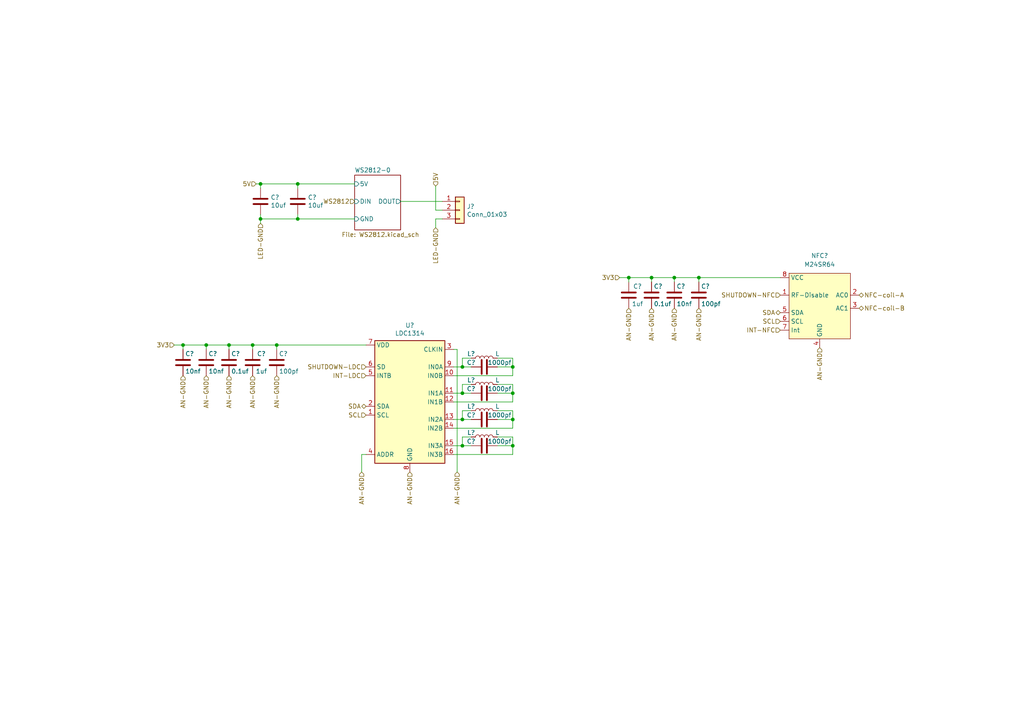
<source format=kicad_sch>
(kicad_sch (version 20211123) (generator eeschema)
  (paper "A4")
  (lib_symbols
    (symbol "B.B-rescue:C-Device-B.B-rescue" (pin_numbers hide) (pin_names (offset 0.254))
      (property "Reference" "C" (at 0.635 2.54 0))
      (property "Value" "C-Device-B.B-rescue" (at 0.635 -2.54 0))
      (symbol "C-Device-B.B-rescue_0_1"
        (polyline (pts (xy -2.032 -0.762) (xy 2.032 -0.762)) (stroke (width 0.508)))
        (polyline (pts (xy -2.032 0.762) (xy 2.032 0.762)) (stroke (width 0.508)))
      )
      (symbol "C-Device-B.B-rescue_1_1"
        (pin passive line (at 0 3.81 270) (length 2.794) (name "~") (number "1"))
        (pin passive line (at 0 -3.81 90) (length 2.794) (name "~") (number "2"))
      )
    )
    (symbol "B.B-rescue:L-Device-B.B-rescue" (pin_numbers hide) (pin_names (offset 1.016) hide)
      (property "Reference" "L" (at -1.27 0 90))
      (property "Value" "L-Device-B.B-rescue" (at 1.905 0 90))
      (symbol "L-Device-B.B-rescue_0_1"
        (arc (start 0 -2.54) (mid 0.635 -1.905) (end 0 -1.27))
        (arc (start 0 -1.27) (mid 0.635 -0.635) (end 0 0))
        (arc (start 0 0) (mid 0.635 0.635) (end 0 1.27))
        (arc (start 0 1.27) (mid 0.635 1.905) (end 0 2.54))
      )
      (symbol "L-Device-B.B-rescue_1_1"
        (pin passive line (at 0 3.81 270) (length 1.27) (name "1") (number "1"))
        (pin passive line (at 0 -3.81 90) (length 1.27) (name "2") (number "2"))
      )
    )
    (symbol "B.B-rescue:LDC1314-B.B-rescue"
      (property "Reference" "U" (at 0 24.13 0))
      (property "Value" "LDC1314-B.B-rescue" (at 0 21.59 0))
      (symbol "LDC1314-B.B-rescue_0_1"
        (rectangle (start -10.16 -17.78) (end 10.16 17.78) (stroke (width 0.254)) (fill (type background)))
      )
      (symbol "LDC1314-B.B-rescue_1_1"
        (pin input line (at 12.7 -3.81 180) (length 2.54) (name "SCL") (number "1"))
        (pin input line (at -12.7 7.62 0) (length 2.54) (name "IN0B") (number "10"))
        (pin input line (at -12.7 2.54 0) (length 2.54) (name "IN1A") (number "11"))
        (pin input line (at -12.7 0 0) (length 2.54) (name "IN1B") (number "12"))
        (pin input line (at -12.7 -5.08 0) (length 2.54) (name "IN2A") (number "13"))
        (pin input line (at -12.7 -7.62 0) (length 2.54) (name "IN2B") (number "14"))
        (pin input line (at -12.7 -12.7 0) (length 2.54) (name "IN3A") (number "15"))
        (pin input line (at -12.7 -15.24 0) (length 2.54) (name "IN3B") (number "16"))
        (pin passive line (at 0 -20.32 90) (length 2.54) hide (name "GND") (number "17"))
        (pin bidirectional line (at 12.7 -1.27 180) (length 2.54) (name "SDA") (number "2"))
        (pin input line (at -12.7 15.24 0) (length 2.54) (name "CLKIN") (number "3"))
        (pin input line (at 12.7 -15.24 180) (length 2.54) (name "ADDR") (number "4"))
        (pin open_collector line (at 12.7 7.62 180) (length 2.54) (name "INTB") (number "5"))
        (pin input line (at 12.7 10.16 180) (length 2.54) (name "SD") (number "6"))
        (pin power_in line (at 12.7 16.51 180) (length 2.54) (name "VDD") (number "7"))
        (pin power_in line (at 0 -20.32 90) (length 2.54) (name "GND") (number "8"))
        (pin input line (at -12.7 10.16 0) (length 2.54) (name "IN0A") (number "9"))
      )
    )
    (symbol "Connector_Generic:Conn_01x03" (pin_names (offset 1.016) hide)
      (property "Reference" "J" (at 0 5.08 0))
      (property "Value" "Conn_01x03" (at 0 -5.08 0))
      (symbol "Conn_01x03_1_1"
        (rectangle (start -1.27 -2.413) (end 0 -2.667) (stroke (width 0.1524)))
        (rectangle (start -1.27 0.127) (end 0 -0.127) (stroke (width 0.1524)))
        (rectangle (start -1.27 2.667) (end 0 2.413) (stroke (width 0.1524)))
        (rectangle (start -1.27 3.81) (end 1.27 -3.81) (stroke (width 0.254)) (fill (type background)))
        (pin passive line (at -5.08 2.54 0) (length 3.81) (name "Pin_1") (number "1"))
        (pin passive line (at -5.08 0 0) (length 3.81) (name "Pin_2") (number "2"))
        (pin passive line (at -5.08 -2.54 0) (length 3.81) (name "Pin_3") (number "3"))
      )
    )
    (symbol "RB3203-Lib:M24SR64"
      (property "Reference" "NFC" (at 0 5.08 0))
      (property "Value" "M24SR64" (at 0 2.54 0))
      (symbol "M24SR64_0_1"
        (rectangle (start -8.89 1.27) (end 8.89 -17.78) (fill (type background)))
      )
      (symbol "M24SR64_1_1"
        (pin input line (at -11.43 -5.08 0) (length 2.54) (name "RF-Disable") (number "1"))
        (pin unspecified line (at 11.43 -5.08 180) (length 2.54) (name "AC0") (number "2"))
        (pin unspecified line (at 11.43 -8.89 180) (length 2.54) (name "AC1") (number "3"))
        (pin power_in line (at 0 -20.32 90) (length 2.54) (name "GND") (number "4"))
        (pin bidirectional line (at -11.43 -10.16 0) (length 2.54) (name "SDA") (number "5"))
        (pin input line (at -11.43 -12.7 0) (length 2.54) (name "SCL") (number "6"))
        (pin open_collector line (at -11.43 -15.24 0) (length 2.54) (name "Int") (number "7"))
        (pin power_in line (at -11.43 0 0) (length 2.54) (name "VCC") (number "8"))
      )
    )
  )
  (junction (at 53.086 100.076))
  (junction (at 148.717 121.666))
  (junction (at 202.692 80.518))
  (junction (at 75.565 63.5))
  (junction (at 134.112 114.046))
  (junction (at 134.112 106.426))
  (junction (at 148.717 106.426))
  (junction (at 195.58 80.518))
  (junction (at 188.976 80.518))
  (junction (at 134.112 129.286))
  (junction (at 75.565 53.34))
  (junction (at 148.717 129.286))
  (junction (at 80.264 100.076))
  (junction (at 59.817 100.076))
  (junction (at 86.36 53.34))
  (junction (at 66.421 100.076))
  (junction (at 182.372 80.518))
  (junction (at 148.717 114.046))
  (junction (at 134.112 121.666))
  (junction (at 73.279 100.076))
  (junction (at 86.36 63.5))
  (wire (pts (xy 126.365 60.96) (xy 126.365 53.975)))
  (wire (pts (xy 131.572 116.586) (xy 148.717 116.586)))
  (wire (pts (xy 104.902 136.906) (xy 104.902 131.826)))
  (wire (pts (xy 148.717 126.746) (xy 148.717 129.286)))
  (wire (pts (xy 73.279 100.076) (xy 80.264 100.076)))
  (wire (pts (xy 59.817 100.076) (xy 66.421 100.076)))
  (wire (pts (xy 144.272 111.506) (xy 148.717 111.506)))
  (wire (pts (xy 74.295 53.34) (xy 75.565 53.34)))
  (wire (pts (xy 188.976 81.788) (xy 188.976 80.518)))
  (wire (pts (xy 131.572 108.966) (xy 148.717 108.966)))
  (wire (pts (xy 75.565 63.5) (xy 75.565 64.77)))
  (wire (pts (xy 148.717 119.126) (xy 148.717 121.666)))
  (wire (pts (xy 131.572 124.206) (xy 148.717 124.206)))
  (wire (pts (xy 148.717 103.886) (xy 148.717 106.426)))
  (wire (pts (xy 116.205 58.42) (xy 128.27 58.42)))
  (wire (pts (xy 131.572 106.426) (xy 134.112 106.426)))
  (wire (pts (xy 126.365 63.5) (xy 126.365 66.04)))
  (wire (pts (xy 131.572 121.666) (xy 134.112 121.666)))
  (wire (pts (xy 102.87 63.5) (xy 86.36 63.5)))
  (wire (pts (xy 134.112 121.666) (xy 136.652 121.666)))
  (wire (pts (xy 132.588 101.346) (xy 132.588 136.906)))
  (wire (pts (xy 50.546 100.076) (xy 53.086 100.076)))
  (wire (pts (xy 86.36 53.34) (xy 102.87 53.34)))
  (wire (pts (xy 148.717 129.286) (xy 148.717 131.826)))
  (wire (pts (xy 86.36 62.23) (xy 86.36 63.5)))
  (wire (pts (xy 182.372 80.518) (xy 188.976 80.518)))
  (wire (pts (xy 134.112 103.886) (xy 136.652 103.886)))
  (wire (pts (xy 134.112 119.126) (xy 136.652 119.126)))
  (wire (pts (xy 131.572 114.046) (xy 134.112 114.046)))
  (wire (pts (xy 80.264 100.076) (xy 106.172 100.076)))
  (wire (pts (xy 134.112 129.286) (xy 134.112 126.746)))
  (wire (pts (xy 134.112 114.046) (xy 136.652 114.046)))
  (wire (pts (xy 131.572 101.346) (xy 132.588 101.346)))
  (wire (pts (xy 202.692 80.518) (xy 226.314 80.518)))
  (wire (pts (xy 195.58 81.788) (xy 195.58 80.518)))
  (wire (pts (xy 59.817 101.346) (xy 59.817 100.076)))
  (wire (pts (xy 134.112 126.746) (xy 136.652 126.746)))
  (wire (pts (xy 148.717 114.046) (xy 148.717 116.586)))
  (wire (pts (xy 148.717 129.286) (xy 144.272 129.286)))
  (wire (pts (xy 128.27 60.96) (xy 126.365 60.96)))
  (wire (pts (xy 134.112 111.506) (xy 136.652 111.506)))
  (wire (pts (xy 134.112 114.046) (xy 134.112 111.506)))
  (wire (pts (xy 53.086 100.076) (xy 59.817 100.076)))
  (wire (pts (xy 131.572 131.826) (xy 148.717 131.826)))
  (wire (pts (xy 188.976 80.518) (xy 195.58 80.518)))
  (wire (pts (xy 66.421 101.346) (xy 66.421 100.076)))
  (wire (pts (xy 148.717 111.506) (xy 148.717 114.046)))
  (wire (pts (xy 179.705 80.518) (xy 182.372 80.518)))
  (wire (pts (xy 75.565 62.23) (xy 75.565 63.5)))
  (wire (pts (xy 148.717 106.426) (xy 144.272 106.426)))
  (wire (pts (xy 128.27 63.5) (xy 126.365 63.5)))
  (wire (pts (xy 134.112 106.426) (xy 136.652 106.426)))
  (wire (pts (xy 131.572 129.286) (xy 134.112 129.286)))
  (wire (pts (xy 134.112 129.286) (xy 136.652 129.286)))
  (wire (pts (xy 86.36 63.5) (xy 75.565 63.5)))
  (wire (pts (xy 195.58 80.518) (xy 202.692 80.518)))
  (wire (pts (xy 66.421 100.076) (xy 73.279 100.076)))
  (wire (pts (xy 144.272 119.126) (xy 148.717 119.126)))
  (wire (pts (xy 148.717 121.666) (xy 144.272 121.666)))
  (wire (pts (xy 134.112 106.426) (xy 134.112 103.886)))
  (wire (pts (xy 80.264 101.346) (xy 80.264 100.076)))
  (wire (pts (xy 86.36 54.61) (xy 86.36 53.34)))
  (wire (pts (xy 134.112 121.666) (xy 134.112 119.126)))
  (wire (pts (xy 75.565 53.34) (xy 86.36 53.34)))
  (wire (pts (xy 202.692 81.788) (xy 202.692 80.518)))
  (wire (pts (xy 148.717 114.046) (xy 144.272 114.046)))
  (wire (pts (xy 53.086 101.346) (xy 53.086 100.076)))
  (wire (pts (xy 148.717 106.426) (xy 148.717 108.966)))
  (wire (pts (xy 75.565 54.61) (xy 75.565 53.34)))
  (wire (pts (xy 144.272 103.886) (xy 148.717 103.886)))
  (wire (pts (xy 182.372 81.788) (xy 182.372 80.518)))
  (wire (pts (xy 148.717 121.666) (xy 148.717 124.206)))
  (wire (pts (xy 144.272 126.746) (xy 148.717 126.746)))
  (wire (pts (xy 104.902 131.826) (xy 106.172 131.826)))
  (wire (pts (xy 73.279 101.346) (xy 73.279 100.076)))
  (hierarchical_label "SDA" (shape bidirectional) (at 106.172 117.856 180))
  (hierarchical_label "LED-GND" (shape input) (at 126.365 66.04 270))
  (hierarchical_label "INT-LDC" (shape input) (at 106.172 108.966 180))
  (hierarchical_label "AN-GND" (shape input) (at 66.421 108.966 270))
  (hierarchical_label "AN-GND" (shape input) (at 132.588 136.906 270))
  (hierarchical_label "3V3" (shape input) (at 50.546 100.076 180))
  (hierarchical_label "SHUTDOWN-LDC" (shape input) (at 106.172 106.426 180))
  (hierarchical_label "SCL" (shape input) (at 106.172 120.396 180))
  (hierarchical_label "AN-GND" (shape input) (at 118.872 136.906 270))
  (hierarchical_label "AN-GND" (shape input) (at 80.264 108.966 270))
  (hierarchical_label "WS2812" (shape input) (at 102.87 58.42 180))
  (hierarchical_label "AN-GND" (shape input) (at 59.817 108.966 270))
  (hierarchical_label "5V" (shape input) (at 126.365 53.975 90))
  (hierarchical_label "5V" (shape input) (at 74.295 53.34 180))
  (hierarchical_label "AN-GND" (shape input) (at 202.692 89.408 270))
  (hierarchical_label "AN-GND" (shape input) (at 73.279 108.966 270))
  (hierarchical_label "AN-GND" (shape input) (at 53.086 108.966 270))
  (hierarchical_label "INT-NFC" (shape input) (at 226.314 95.758 180))
  (hierarchical_label "SCL" (shape input) (at 226.314 93.218 180))
  (hierarchical_label "3V3" (shape input) (at 179.705 80.518 180))
  (hierarchical_label "AN-GND" (shape input) (at 237.744 100.838 270))
  (hierarchical_label "NFC-coil-A" (shape bidirectional) (at 249.174 85.598 0))
  (hierarchical_label "NFC-coil-B" (shape bidirectional) (at 249.174 89.408 0))
  (hierarchical_label "SHUTDOWN-NFC" (shape input) (at 226.314 85.598 180))
  (hierarchical_label "AN-GND" (shape input) (at 188.976 89.408 270))
  (hierarchical_label "LED-GND" (shape input) (at 75.565 64.77 270))
  (hierarchical_label "SDA" (shape bidirectional) (at 226.314 90.678 180))
  (hierarchical_label "AN-GND" (shape input) (at 195.58 89.408 270))
  (hierarchical_label "AN-GND" (shape input) (at 182.372 89.408 270))
  (hierarchical_label "AN-GND" (shape input) (at 104.902 136.906 270))
  (symbol (lib_id "B.B-rescue:C-Device-B.B-rescue") (at 75.565 58.42 0) (unit 1)
    (property "Reference" "C?" (at 78.486 57.2516 0) (effects (justify left)))
    (property "Value" "10uf" (at 78.486 59.563 0) (effects (justify left)))
    (property "Footprint" "Capacitor_SMD:C_0805_2012Metric" (effects hide))
    (property "LCSC" "C15850" (effects hide))
  )
  (symbol (lib_id "B.B-rescue:C-Device-B.B-rescue") (at 182.372 85.598 180) (unit 1)
    (property "Reference" "C?" (at 184.912 83.058 0))
    (property "Value" "1uf" (at 184.912 88.138 0))
    (property "Footprint" "Capacitor_SMD:C_0402_1005Metric" (effects hide))
    (property "LCSC" "C52923" (effects hide))
  )
  (symbol (lib_id "B.B-rescue:L-Device-B.B-rescue") (at 140.462 111.506 270) (mirror x) (unit 1)
    (property "Reference" "L?" (at 136.652 110.236 90))
    (property "Value" "L" (at 144.272 110.236 90))
    (property "Footprint" "BB:coil" (effects hide))
  )
  (symbol (lib_id "B.B-rescue:C-Device-B.B-rescue") (at 195.58 85.598 0) (unit 1)
    (property "Reference" "C?" (at 196.215 83.058 0) (effects (justify left)))
    (property "Value" "10nf" (at 196.215 88.138 0) (effects (justify left)))
    (property "Footprint" "Capacitor_SMD:C_0402_1005Metric" (effects hide))
    (property "LCSC" "C15195" (effects hide))
  )
  (symbol (lib_id "RB3203-Lib:M24SR64") (at 237.744 80.518 0) (unit 1)
    (property "Reference" "NFC?" (at 237.744 74.168 0))
    (property "Value" "M24SR64" (at 237.744 76.708 0))
    (property "Datasheet" "https://www.st.com/resource/en/datasheet/m24sr64-y.pdf" (effects hide))
  )
  (symbol (lib_id "B.B-rescue:C-Device-B.B-rescue") (at 86.36 58.42 0) (unit 1)
    (property "Reference" "C?" (at 89.281 57.2516 0) (effects (justify left)))
    (property "Value" "10uf" (at 89.281 59.563 0) (effects (justify left)))
    (property "Footprint" "Capacitor_SMD:C_0805_2012Metric" (effects hide))
    (property "LCSC" "C15850" (effects hide))
  )
  (symbol (lib_id "B.B-rescue:L-Device-B.B-rescue") (at 140.462 119.126 270) (mirror x) (unit 1)
    (property "Reference" "L?" (at 136.652 117.856 90))
    (property "Value" "L" (at 144.272 117.856 90))
    (property "Footprint" "BB:coil" (effects hide))
  )
  (symbol (lib_id "B.B-rescue:C-Device-B.B-rescue") (at 66.421 105.156 0) (unit 1)
    (property "Reference" "C?" (at 67.056 102.616 0) (effects (justify left)))
    (property "Value" "0.1uf" (at 67.056 107.696 0) (effects (justify left)))
    (property "Footprint" "Resistor_SMD:R_0402_1005Metric" (effects hide))
    (property "LCSC" "C1525" (effects hide))
  )
  (symbol (lib_id "B.B-rescue:C-Device-B.B-rescue") (at 73.279 105.156 180) (unit 1)
    (property "Reference" "C?" (at 75.819 102.616 0))
    (property "Value" "1uf" (at 75.819 107.696 0))
    (property "Footprint" "Capacitor_SMD:C_0402_1005Metric" (effects hide))
    (property "LCSC" "C52923" (effects hide))
  )
  (symbol (lib_id "B.B-rescue:C-Device-B.B-rescue") (at 140.462 121.666 270) (unit 1)
    (property "Reference" "C?" (at 136.652 120.396 90))
    (property "Value" "1000pf" (at 144.907 120.396 90))
    (property "Footprint" "Capacitor_SMD:C_0402_1005Metric" (effects hide))
    (property "LCSC" "C1523" (effects hide))
  )
  (symbol (lib_id "B.B-rescue:C-Device-B.B-rescue") (at 59.817 105.156 0) (unit 1)
    (property "Reference" "C?" (at 60.452 102.616 0) (effects (justify left)))
    (property "Value" "10nf" (at 60.452 107.696 0) (effects (justify left)))
    (property "Footprint" "Capacitor_SMD:C_0402_1005Metric" (effects hide))
    (property "LCSC" "C15195" (effects hide))
  )
  (symbol (lib_id "Connector_Generic:Conn_01x03") (at 133.35 60.96 0) (unit 1)
    (property "Reference" "J?" (at 135.382 59.8932 0) (effects (justify left)))
    (property "Value" "Conn_01x03" (at 135.382 62.2046 0) (effects (justify left)))
    (property "Footprint" "Connector_PinHeader_2.54mm:PinHeader_1x03_P2.54mm_Vertical" (effects hide))
  )
  (symbol (lib_id "B.B-rescue:C-Device-B.B-rescue") (at 140.462 114.046 270) (unit 1)
    (property "Reference" "C?" (at 136.652 112.776 90))
    (property "Value" "1000pf" (at 144.907 112.776 90))
    (property "Footprint" "Capacitor_SMD:C_0402_1005Metric" (effects hide))
    (property "LCSC" "C1523" (effects hide))
  )
  (symbol (lib_id "B.B-rescue:C-Device-B.B-rescue") (at 53.086 105.156 0) (unit 1)
    (property "Reference" "C?" (at 53.721 102.616 0) (effects (justify left)))
    (property "Value" "10nf" (at 53.721 107.696 0) (effects (justify left)))
    (property "Footprint" "Capacitor_SMD:C_0402_1005Metric" (effects hide))
    (property "LCSC" "C15195" (effects hide))
  )
  (symbol (lib_id "B.B-rescue:L-Device-B.B-rescue") (at 140.462 103.886 270) (mirror x) (unit 1)
    (property "Reference" "L?" (at 136.652 102.616 90))
    (property "Value" "L" (at 144.272 102.616 90))
    (property "Footprint" "BB:coil" (effects hide))
  )
  (symbol (lib_id "B.B-rescue:C-Device-B.B-rescue") (at 188.976 85.598 0) (unit 1)
    (property "Reference" "C?" (at 189.611 83.058 0) (effects (justify left)))
    (property "Value" "0.1uf" (at 189.611 88.138 0) (effects (justify left)))
    (property "Footprint" "Resistor_SMD:R_0402_1005Metric" (effects hide))
    (property "LCSC" "C1525" (effects hide))
  )
  (symbol (lib_id "B.B-rescue:C-Device-B.B-rescue") (at 80.264 105.156 0) (unit 1)
    (property "Reference" "C?" (at 80.899 102.616 0) (effects (justify left)))
    (property "Value" "100pf" (at 80.899 107.696 0) (effects (justify left)))
    (property "Footprint" "Capacitor_SMD:C_0402_1005Metric" (effects hide))
    (property "LCSC" "C126492" (effects hide))
  )
  (symbol (lib_id "B.B-rescue:C-Device-B.B-rescue") (at 140.462 106.426 270) (unit 1)
    (property "Reference" "C?" (at 136.652 105.156 90))
    (property "Value" "1000pf" (at 144.907 105.156 90))
    (property "Footprint" "Capacitor_SMD:C_0402_1005Metric" (effects hide))
    (property "LCSC" "C1523" (effects hide))
  )
  (symbol (lib_id "B.B-rescue:L-Device-B.B-rescue") (at 140.462 126.746 270) (mirror x) (unit 1)
    (property "Reference" "L?" (at 136.652 125.476 90))
    (property "Value" "L" (at 144.272 125.476 90))
    (property "Footprint" "BB:coil" (effects hide))
  )
  (symbol (lib_id "B.B-rescue:C-Device-B.B-rescue") (at 140.462 129.286 270) (unit 1)
    (property "Reference" "C?" (at 136.652 128.016 90))
    (property "Value" "1000pf" (at 144.907 128.016 90))
    (property "Footprint" "Capacitor_SMD:C_0402_1005Metric" (effects hide))
    (property "LCSC" "C1523" (effects hide))
  )
  (symbol (lib_id "B.B-rescue:LDC1314-B.B-rescue") (at 118.872 116.586 0) (mirror y) (unit 1)
    (property "Reference" "U?" (at 118.872 94.361 0))
    (property "Value" "LDC1314" (at 118.872 96.6724 0))
    (property "Footprint" "Package_DFN_QFN:WQFN-16-1EP_4x4mm_P0.5mm_EP2.6x2.6mm_ThermalVias" (effects hide))
    (property "Datasheet" "http://www.ti.com/lit/ds/symlink/ldc1312.pdf" (effects hide))
    (property "LCSC" "C80399" (effects hide))
  )
  (symbol (lib_id "B.B-rescue:C-Device-B.B-rescue") (at 202.692 85.598 0) (unit 1)
    (property "Reference" "C?" (at 203.327 83.058 0) (effects (justify left)))
    (property "Value" "100pf" (at 203.327 88.138 0) (effects (justify left)))
    (property "Footprint" "Capacitor_SMD:C_0402_1005Metric" (effects hide))
    (property "LCSC" "C126492" (effects hide))
  )
  (sheet (at 102.87 50.8) (size 13.335 15.875) (stroke (width 0.1524))
    (property "Sheet name" "WS2812-0" (at 102.87 50.0884 0) (effects (justify left bottom)))
    (property "Sheet file" "WS2812.kicad_sch" (at 99.06 67.31 0) (effects (justify left top)))
    (pin "GND" input (at 102.87 63.5 180))
    (pin "DOUT" output (at 116.205 58.42 0))
    (pin "5V" input (at 102.87 53.34 180))
    (pin "DIN" input (at 102.87 58.42 180))
  )
)
</source>
